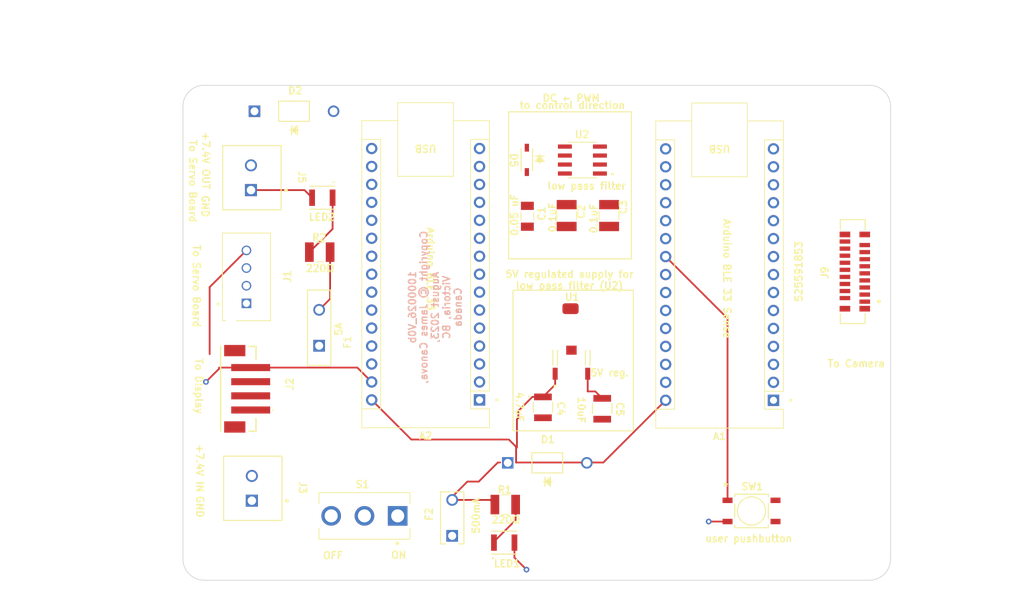
<source format=kicad_pcb>
(kicad_pcb (version 20240108) (generator "pcbnew") (generator_version "8.0")
  (layers (0 "F.Cu" signal) (1 "In1.Cu" signal) (2 "In2.Cu" signal) (31 "B.Cu" signal) (34 "B.Paste" user) (35 "F.Paste" user) (36 "B.SilkS" user "B.Silkscreen") (37 "F.SilkS" user "F.Silkscreen") (38 "B.Mask" user) (39 "F.Mask" user) (44 "Edge.Cuts" user))
  (net 0 "")
  (net 4 "Net-(C1-Pad1)")
  (net 6 "3.3V_1")
  (net 19 "bit_0")
  (net 20 "bit_1")
  (net 21 "bit_2")
  (net 26 "SDA_2")
  (net 27 "SDL_2")
  (net 28 "Analog")
  (net 30 "PWM")
  (net 31 "Net-(C3-Pad1)")
  (net 32 "PB")
  (net 33 "SDA_1")
  (net 34 "SCL_1")
  (net 36 "3.3V_2")
  (net 37 "GND")
  (net 40 "7.4V")
  (net 41 "HREF")
  (net 42 "VSYNC")
  (net 43 "XCLK")
  (net 44 "PCLK")
  (net 45 "D4")
  (net 46 "D7")
  (net 47 "D6")
  (net 48 "D1")
  (net 49 "D2")
  (net 50 "D3")
  (net 51 "D5")
  (net 52 "D0")
  (net 54 "MOSI_2")
  (net 55 "SCK_2")
  (net 56 "CS_2")
  (net 57 "DC_2")
  (net 58 "RST_2")
  (net 59 "5V_reg")
  (net 61 "unconnected-(S1-Pad2)")
  (footprint "RobotFtpLib:Nano33BLE_with_headers" (layer "F.Cu") (at 139.1519 97.7132 180)
    (property "Reference" "A2" (at 7.62 -5.08 180) (layer "F.SilkS") (effects (font (thickness 0.2))))
    (property "Value" "Arduino_Nano_BLE_33")
    (fp_line (start 16.64 39.5) (end 16.64 -3.94) (stroke (width 0.12)) (layer "F.SilkS"))
    (fp_line (start 16.64 39.5) (end 11.56 39.5) (stroke (width 0.12)) (layer "F.SilkS"))
    (fp_line (start 16.64 -3.94) (end -1.4 -3.94) (stroke (width 0.12)) (layer "F.SilkS"))
    (fp_line (start 13.97 36.83) (end 16.64 36.83) (stroke (width 0.12)) (layer "F.SilkS"))
    (fp_line (start 13.97 -1.27) (end 16.64 -1.27) (stroke (width 0.12)) (layer "F.SilkS"))
    (fp_line (start 13.97 -1.27) (end 13.97 36.83) (stroke (width 0.12)) (layer "F.SilkS"))
    (fp_line (start 11.56 42.04) (end 3.68 42.04) (stroke (width 0.12)) (layer "F.SilkS"))
    (fp_line (start 11.56 31.62) (end 11.56 42.04) (stroke (width 0.12)) (layer "F.SilkS"))
    (fp_line (start 3.68 42.04) (end 3.68 31.62) (stroke (width 0.12)) (layer "F.SilkS"))
    (fp_line (start 3.68 31.62) (end 11.56 31.62) (stroke (width 0.12)) (layer "F.SilkS"))
    (fp_line (start 1.27 36.83) (end -1.4 36.83) (stroke (width 0.12)) (layer "F.SilkS"))
    (fp_line (start 1.27 1.27) (end 1.27 36.83) (stroke (width 0.12)) (layer "F.SilkS"))
    (fp_line (start 1.27 1.27) (end 1.27 -1.27) (stroke (width 0.12)) (layer "F.SilkS"))
    (fp_line (start 1.27 1.27) (end -1.4 1.27) (stroke (width 0.12)) (layer "F.SilkS"))
    (fp_line (start 1.27 -1.27) (end -1.4 -1.27) (stroke (width 0.12)) (layer "F.SilkS"))
    (fp_line (start -1.4 39.5) (end 3.68 39.5) (stroke (width 0.12)) (layer "F.SilkS"))
    (fp_line (start -1.4 1.27) (end -1.4 39.5) (stroke (width 0.12)) (layer "F.SilkS"))
    (fp_line (start -1.4 -3.94) (end -1.4 -1.27) (stroke (width 0.12)) (layer "F.SilkS"))
    (fp_circle (center -2.4384 0) (end -2.286 0) (stroke (width 0.12)) (fill solid) (layer "F.SilkS"))
    (fp_text user "USB" (at 7.62 35.56 180) (layer "F.SilkS") (effects (font (thickness 0.2))))
    (pad "1" thru_hole rect (at 0 0 180) (size 1.6 1.6) (drill 1) (layers "*.Cu" "*.Mask"))
    (pad "2" thru_hole oval (at 0 2.54 180) (size 1.6 1.6) (drill 1) (layers "*.Cu" "*.Mask"))
    (pad "3" thru_hole oval (at 0 5.08 180) (size 1.6 1.6) (drill 1) (layers "*.Cu" "*.Mask"))
    (pad "4" thru_hole oval (at 0 7.62 180) (size 1.6 1.6) (drill 1) (layers "*.Cu" "*.Mask"))
    (pad "5" thru_hole oval (at 0 10.16 180) (size 1.6 1.6) (drill 1) (layers "*.Cu" "*.Mask"))
    (pad "6" thru_hole oval (at 0 12.7 180) (size 1.6 1.6) (drill 1) (layers "*.Cu" "*.Mask"))
    (pad "7" thru_hole oval (at 0 15.24 180) (size 1.6 1.6) (drill 1) (layers "*.Cu" "*.Mask"))
    (pad "8" thru_hole oval (at 0 17.78 180) (size 1.6 1.6) (drill 1) (layers "*.Cu" "*.Mask"))
    (pad "9" thru_hole oval (at 0 20.32 180) (size 1.6 1.6) (drill 1) (layers "*.Cu" "*.Mask"))
    (pad "10" thru_hole oval (at 0 22.86 180) (size 1.6 1.6) (drill 1) (layers "*.Cu" "*.Mask") (net 19 "bit_0"))
    (pad "11" thru_hole oval (at 0 25.4 180) (size 1.6 1.6) (drill 1) (layers "*.Cu" "*.Mask") (net 20 "bit_1"))
    (pad "12" thru_hole oval (at 0 27.94 180) (size 1.6 1.6) (drill 1) (layers "*.Cu" "*.Mask") (net 21 "bit_2"))
    (pad "13" thru_hole oval (at 0 30.48 180) (size 1.6 1.6) (drill 1) (layers "*.Cu" "*.Mask"))
    (pad "14" thru_hole oval (at 0 33.02 180) (size 1.6 1.6) (drill 1) (layers "*.Cu" "*.Mask") (net 54 "MOSI_2"))
    (pad "15" thru_hole oval (at 0 35.56 180) (size 1.6 1.6) (drill 1) (layers "*.Cu" "*.Mask"))
    (pad "16" thru_hole oval (at 15.24 35.56 180) (size 1.6 1.6) (drill 1) (layers "*.Cu" "*.Mask") (net 55 "SCK_2"))
    (pad "17" thru_hole oval (at 15.24 33.02 180) (size 1.6 1.6) (drill 1) (layers "*.Cu" "*.Mask") (net 36 "3.3V_2"))
    (pad "18" thru_hole oval (at 15.24 30.48 180) (size 1.6 1.6) (drill 1) (layers "*.Cu" "*.Mask"))
    (pad "19" thru_hole oval (at 15.24 27.94 180) (size 1.6 1.6) (drill 1) (layers "*.Cu" "*.Mask"))
    (pad "20" thru_hole oval (at 15.24 25.4 180) (size 1.6 1.6) (drill 1) (layers "*.Cu" "*.Mask") (net 28 "Analog"))
    (pad "21" thru_hole oval (at 15.24 22.86 180) (size 1.6 1.6) (drill 1) (layers "*.Cu" "*.Mask") (net 56 "CS_2"))
    (pad "22" thru_hole oval (at 15.24 20.32 180) (size 1.6 1.6) (drill 1) (layers "*.Cu" "*.Mask") (net 57 "DC_2"))
    (pad "23" thru_hole oval (at 15.24 17.78 180) (size 1.6 1.6) (drill 1) (layers "*.Cu" "*.Mask") (net 26 "SDA_2"))
    (pad "24" thru_hole oval (at 15.24 15.24 180) (size 1.6 1.6) (drill 1) (layers "*.Cu" "*.Mask") (net 27 "SDL_2"))
    (pad "25" thru_hole oval (at 15.24 12.7 180) (size 1.6 1.6) (drill 1) (layers "*.Cu" "*.Mask") (net 58 "RST_2"))
    (pad "26" thru_hole oval (at 15.24 10.16 180) (size 1.6 1.6) (drill 1) (layers "*.Cu" "*.Mask"))
    (pad "27" thru_hole oval (at 15.24 7.62 180) (size 1.6 1.6) (drill 1) (layers "*.Cu" "*.Mask"))
    (pad "28" thru_hole oval (at 15.24 5.08 180) (size 1.6 1.6) (drill 1) (layers "*.Cu" "*.Mask"))
    (pad "29" thru_hole oval (at 15.24 2.54 180) (size 1.6 1.6) (drill 1) (layers "*.Cu" "*.Mask") (net 37 "GND"))
    (pad "30" thru_hole oval (at 15.24 0 180) (size 1.6 1.6) (drill 1) (layers "*.Cu" "*.Mask") (net 40 "7.4V"))
  )
  (footprint "RobotFtpLib:QTLP650D4TR" (layer "F.Cu") (at 142.6398 117.8965)
    (property "Reference" "LED1" (at 0.4 2.9667 0) (layer "F.SilkS") (effects (font (thickness 0.2))))
    (property "Value" "QTLP650D4TR" (hide yes))
    (fp_line (start -1.778 1.6256) (end 1.778 1.6256) (stroke (width 0.1524)) (layer "F.SilkS"))
    (fp_line (start 1.778 -1.6256) (end -1.778 -1.6256) (stroke (width 0.1524)) (layer "F.SilkS"))
    (fp_circle (center -1.5748 2.2098) (end -1.4986 2.2098) (stroke (width 0.1524)) (fill none) (layer "F.SilkS"))
    (pad "1" smd rect (at 1.4478 0) (size 0.8128 2.3114) (layers "F.Cu" "F.Paste" "F.Mask") (net 37 "GND"))
    (pad "2" smd rect (at -1.4478 0) (size 0.8128 2.3114) (layers "F.Cu" "F.Paste" "F.Mask") (net 40 "7.4V"))
  )
  (footprint "RobotFtpLib:MountingHole_2.2mm_M2" (layer "F.Cu") (at 101.2398 57.2132)
    (property "Reference" "H1" (hide yes))
    (property "Value" "MountingHole" (hide yes))
    (pad "" np_thru_hole circle (at 0 0) (size 2.2 2.2) (drill 2.2) (layers "F&B.Cu" "*.Mask"))
  )
  (footprint "RobotFtpLib:MountingHole_2.2mm_M2" (layer "F.Cu") (at 101.2398 119.2132)
    (property "Reference" "H3" (hide yes))
    (property "Value" "MountingHole" (hide yes))
    (pad "" np_thru_hole circle (at 0 0) (size 2.2 2.2) (drill 2.2) (layers "*.Cu" "*.Mask"))
  )
  (footprint "RobotFtpLib:RMCF1210JT220R" (layer "F.Cu") (at 142.7898 112.5132)
    (property "Reference" "R1" (at -0.0762 -2.0828 0) (layer "F.SilkS") (effects (font (thickness 0.2))))
    (property "Value" "RMCF1210JT220R" (hide yes))
    (fp_line (start -0.53 -1.38) (end 0.53 -1.38) (stroke (width 0.127)) (layer "F.SilkS"))
    (fp_line (start -0.53 1.38) (end 0.53 1.38) (stroke (width 0.127)) (layer "F.SilkS"))
    (fp_text user "220Ω" (at 0.1 2.15 0) (layer "F.SilkS") (effects (font (thickness 0.2))))
    (pad "1" smd rect (at -1.466 0) (size 1.23 2.76) (layers "F.Cu" "F.Paste" "F.Mask") (net 40 "7.4V"))
    (pad "2" smd rect (at 1.466 0) (size 1.23 2.76) (layers "F.Cu" "F.Paste" "F.Mask") (net 40 "7.4V"))
  )
  (footprint "RobotFtpLib:RMCF1210JT220R" (layer "F.Cu") (at 116.5738 76.8132)
    (property "Reference" "R2" (at -0.0762 -2.0828 0) (layer "F.SilkS") (effects (font (thickness 0.2))))
    (property "Value" "RMCF1210JT220R" (hide yes))
    (fp_line (start -0.53 -1.38) (end 0.53 -1.38) (stroke (width 0.127)) (layer "F.SilkS"))
    (fp_line (start -0.53 1.38) (end 0.53 1.38) (stroke (width 0.127)) (layer "F.SilkS"))
    (fp_text user "220Ω" (at 0.0508 2.3 0) (layer "F.SilkS") (effects (font (thickness 0.2))))
    (pad "1" smd rect (at -1.466 0) (size 1.23 2.76) (layers "F.Cu" "F.Paste" "F.Mask") (net 40 "7.4V"))
    (pad "2" smd rect (at 1.466 0) (size 1.23 2.76) (layers "F.Cu" "F.Paste" "F.Mask") (net 40 "7.4V"))
  )
  (footprint "RobotFtpLib:CL32A106KAULNNE" (layer "F.Cu") (at 156.4898 98.9632 -90)
    (property "Reference" "C5" (at 0.0508 -2.5146 -90) (layer "F.SilkS") (effects (font (thickness 0.2))))
    (property "Value" "CL32A106KAULNNE" (hide yes))
    (fp_line (start -0.692451 1.377) (end 0.692451 1.377) (stroke (width 0.1524)) (layer "F.SilkS"))
    (fp_line (start 0.692451 -1.377) (end -0.692451 -1.377) (stroke (width 0.1524)) (layer "F.SilkS"))
    (fp_text user "10uF" (at 0.1778 2.9464 -90) (layer "F.SilkS") (effects (font (thickness 0.2))))
    (pad "1" smd rect (at -1.475001 0 270) (size 0.95 2.5) (layers "F.Cu" "F.Paste" "F.Mask") (net 59 "5V_reg"))
    (pad "2" smd rect (at 1.475001 0 270) (size 0.95 2.5) (layers "F.Cu" "F.Paste" "F.Mask") (net 37 "GND"))
  )
  (footprint "RobotFtpLib:12102C104KAT2A" (layer "F.Cu") (at 151.4648 71.638199 -90)
    (property "Reference" "C2" (at -0.524999 -2.075 -90) (layer "F.SilkS") (effects (font (thickness 0.2))))
    (property "Value" "12102C104KAT2A" (hide yes))
    (fp_line (start -0.56 1.4) (end 0.56 1.4) (stroke (width 0.127)) (layer "F.SilkS"))
    (fp_line (start -0.56 -1.4) (end 0.56 -1.4) (stroke (width 0.127)) (layer "F.SilkS"))
    (fp_text user "0.1uF" (at 0.275001 1.975 90) (layer "F.SilkS") (effects (font (thickness 0.2))))
    (pad "1" smd rect (at -1.542 0 270) (size 1.32 2.81) (layers "F.Cu" "F.Paste" "F.Mask") (net 59 "5V_reg"))
    (pad "2" smd rect (at 1.542 0 270) (size 1.32 2.81) (layers "F.Cu" "F.Paste" "F.Mask") (net 37 "GND"))
  )
  (footprint "RobotFtpLib:RKEF050HF" (layer "F.Cu") (at 135.2898 116.935826 90)
    (property "Reference" "F2" (at 3.048 -3.2766 90) (layer "F.SilkS") (effects (font (thickness 0.2))))
    (property "Value" "FUSE_500mA" (hide yes))
    (fp_line (start 6.223 -1.651) (end -1.143 -1.651) (stroke (width 0.1524)) (layer "F.SilkS"))
    (fp_line (start -1.143 -1.651) (end -1.143 -0.925047) (stroke (width 0.1524)) (layer "F.SilkS"))
    (fp_line (start 6.223 -0.187272) (end 6.223 -1.651) (stroke (width 0.1524)) (layer "F.SilkS"))
    (fp_line (start -1.143 0.925047) (end -1.143 1.651) (stroke (width 0.1524)) (layer "F.SilkS"))
    (fp_line (start 6.223 1.651) (end 6.223 0.187272) (stroke (width 0.1524)) (layer "F.SilkS"))
    (fp_line (start -1.143 1.651) (end 6.223 1.651) (stroke (width 0.1524)) (layer "F.SilkS"))
    (fp_text user "500mA" (at 2.8194 3.3782 90) (layer "F.SilkS") (effects (font (thickness 0.2))))
    (pad "1" thru_hole rect (at 0 0 90) (size 1.651 1.651) (drill 1.143) (layers "*.Cu" "*.Mask") (net 40 "7.4V"))
    (pad "2" thru_hole circle (at 5.08 0 90) (size 1.651 1.651) (drill 1.143) (layers "*.Cu" "*.Mask") (net 40 "7.4V"))
  )
  (footprint "RobotFtpLib:12102C104KAT2A" (layer "F.Cu") (at 157.4648 71.638199 -90)
    (property "Reference" "C3" (at -1.2 -2 -90) (layer "F.SilkS") (effects (font (thickness 0.2))))
    (property "Value" "12102C104KAT2A" (hide yes))
    (fp_line (start -0.56 1.4) (end 0.56 1.4) (stroke (width 0.127)) (layer "F.SilkS"))
    (fp_line (start -0.56 -1.4) (end 0.56 -1.4) (stroke (width 0.127)) (layer "F.SilkS"))
    (fp_text user "0.1uF" (at 0.425001 2.175 90) (layer "F.SilkS") (effects (font (thickness 0.2))))
    (pad "1" smd rect (at -1.542 0 270) (size 1.32 2.81) (layers "F.Cu" "F.Paste" "F.Mask") (net 31 "Net-(C3-Pad1)"))
    (pad "2" smd rect (at 1.542 0 270) (size 1.32 2.81) (layers "F.Cu" "F.Paste" "F.Mask") (net 37 "GND"))
  )
  (footprint "RobotFtpLib:CL32B475KBUYNNE" (layer "F.Cu") (at 148.1148 98.763198 -90)
    (property "Reference" "C4" (at 0.1778 -2.54 -90) (layer "F.SilkS") (effects (font (thickness 0.2))))
    (property "Value" "CL32B475KBUYNNE" (hide yes))
    (fp_line (start -0.692451 1.377) (end 0.692451 1.377) (stroke (width 0.1524)) (layer "F.SilkS"))
    (fp_line (start 0.692451 -1.377) (end -0.692451 -1.377) (stroke (width 0.1524)) (layer "F.SilkS"))
    (fp_circle (center -1.5494 1.9558) (end -1.4732 1.9558) (stroke (width 0.1524)) (fill none) (layer "F.SilkS"))
    (fp_text user "4.7uF" (at -0.0762 3.302 -90) (layer "F.SilkS") (effects (font (thickness 0.2))))
    (pad "1" smd rect (at -1.475001 0 270) (size 0.95 2.5) (layers "F.Cu" "F.Paste" "F.Mask") (net 40 "7.4V"))
    (pad "2" smd rect (at 1.475001 0 270) (size 0.95 2.5) (layers "F.Cu" "F.Paste" "F.Mask") (net 37 "GND"))
  )
  (footprint "RobotFtpLib:MountingHole_2.2mm_M2" (layer "F.Cu") (at 193.2398 57.2132)
    (property "Reference" "H2" (hide yes))
    (property "Value" "MountingHole" (hide yes))
    (pad "" np_thru_hole circle (at 0 0) (size 2.2 2.2) (drill 2.2) (layers "*.Cu" "*.Mask"))
  )
  (footprint "RobotFtpLib:1N4007G-T" (layer "F.Cu") (at 143.1398 106.6132)
    (property "Reference" "D1" (at 5.6642 -3.302 0) (layer "F.SilkS") (effects (font (thickness 0.2))))
    (property "Value" "1N4148WX-TP" (hide yes))
    (fp_line (start 3.411 -1.427) (end 3.411 1.427) (stroke (width 0.1524)) (layer "F.SilkS"))
    (fp_line (start 3.411 1.427) (end 7.765 1.427) (stroke (width 0.1524)) (layer "F.SilkS"))
    (fp_line (start 5.2578 2.032) (end 5.2578 3.302) (stroke (width 0.1524)) (layer "F.SilkS"))
    (fp_line (start 5.2578 2.667) (end 6.0198 2.032) (stroke (width 0.1524)) (layer "F.SilkS"))
    (fp_line (start 5.2578 2.667) (end 6.0198 2.159) (stroke (width 0.1524)) (layer "F.SilkS"))
    (fp_line (start 5.2578 2.667) (end 6.0198 2.286) (stroke (width 0.1524)) (layer "F.SilkS"))
    (fp_line (start 5.2578 2.667) (end 6.0198 2.413) (stroke (width 0.1524)) (layer "F.SilkS"))
    (fp_line (start 5.2578 2.667) (end 6.0198 2.54) (stroke (width 0.1524)) (layer "F.SilkS"))
    (fp_line (start 5.2578 2.667) (end 6.0198 2.794) (stroke (width 0.1524)) (layer "F.SilkS"))
    (fp_line (start 5.2578 2.667) (end 6.0198 2.921) (stroke (width 0.1524)) (layer "F.SilkS"))
    (fp_line (start 5.2578 2.667) (end 6.0198 3.048) (stroke (width 0.1524)) (layer "F.SilkS"))
    (fp_line (start 5.2578 2.667) (end 6.0198 3.175) (stroke (width 0.1524)) (layer "F.SilkS"))
    (fp_line (start 5.2578 2.667) (end 6.0198 3.302) (stroke (width 0.1524)) (layer "F.SilkS"))
    (fp_line (start 6.0198 2.032) (end 6.0198 3.302) (stroke (width 0.1524)) (layer "F.SilkS"))
    (fp_line (start 6.2738 2.667) (end 5.0038 2.667) (stroke (width 0.1524)) (layer "F.SilkS"))
    (fp_line (start 7.765 -1.427) (end 3.411 -1.427) (stroke (width 0.1524)) (layer "F.SilkS"))
    (fp_line (start 7.765 1.427) (end 7.765 -1.427) (stroke (width 0.1524)) (layer "F.SilkS"))
    (pad "1" thru_hole rect (at 0 0) (size 1.6256 1.6256) (drill 1.1176) (layers "*.Cu" "*.Mask") (net 40 "7.4V"))
    (pad "2" thru_hole circle (at 11.176 0) (size 1.6256 1.6256) (drill 1.1176) (layers "*.Cu" "*.Mask") (net 40 "7.4V"))
  )
  (footprint "RobotFtpLib:BZT52C3V3-7-F" (layer "F.Cu") (at 145.8398 63.7632 -90)
    (property "Reference" "D5" (at 0.05 1.85 -90) (layer "F.SilkS") (effects (font (thickness 0.2))))
    (property "Value" "BZT52C3V3-7-F" (hide yes))
    (fp_line (start -1.552 0.802) (end 1.552 0.802) (stroke (width 0.1524)) (layer "F.SilkS"))
    (fp_line (start 1.552 -0.802) (end -1.552 -0.802) (stroke (width 0.1524)) (layer "F.SilkS"))
    (fp_line (start -0.5334 -1.8034) (end 0.2286 -1.1684) (stroke (width 0.1524)) (layer "F.SilkS"))
    (fp_line (start -0.5334 -1.8034) (end 0.2286 -1.2954) (stroke (width 0.1524)) (layer "F.SilkS"))
    (fp_line (start -0.5334 -1.8034) (end 0.2286 -1.4224) (stroke (width 0.1524)) (layer "F.SilkS"))
    (fp_line (start -0.5334 -1.8034) (end 0.2286 -1.5494) (stroke (width 0.1524)) (layer "F.SilkS"))
    (fp_line (start -0.5334 -1.8034) (end 0.2286 -1.6764) (stroke (width 0.1524)) (layer "F.SilkS"))
    (fp_line (start -0.5334 -1.8034) (end 0.2286 -1.9304) (stroke (width 0.1524)) (layer "F.SilkS"))
    (fp_line (start -0.5334 -1.8034) (end 0.2286 -2.0574) (stroke (width 0.1524)) (layer "F.SilkS"))
    (fp_line (start -0.5334 -1.8034) (end 0.2286 -2.1844) (stroke (width 0.1524)) (layer "F.SilkS"))
    (fp_line (start -0.5334 -1.8034) (end 0.2286 -2.3114) (stroke (width 0.1524)) (layer "F.SilkS"))
    (fp_line (start -0.5334 -1.8034) (end 0.2286 -2.4384) (stroke (width 0.1524)) (layer "F.SilkS"))
    (fp_line (start 0.4826 -1.8034) (end -0.7874 -1.8034) (stroke (width 0.1524)) (layer "F.SilkS"))
    (fp_line (start -0.5334 -2.4384) (end -0.5334 -1.1684) (stroke (width 0.1524)) (layer "F.SilkS"))
    (fp_line (start 0.2286 -2.4384) (end 0.2286 -1.1684) (stroke (width 0.1524)) (layer "F.SilkS"))
    (pad "1" smd rect (at -1.725 0 270) (size 1.1112 0.6008) (layers "F.Cu" "F.Paste" "F.Mask") (net 28 "Analog"))
    (pad "2" smd rect (at 1.725 0 270) (size 1.1112 0.6008) (layers "F.Cu" "F.Paste" "F.Mask") (net 37 "GND"))
  )
  (footprint "RobotFtpLib:525591853" (layer "F.Cu") (at 192.1898 79.5632 90)
    (property "Reference" "J9" (at -0.1524 -4.2418 90) (layer "F.SilkS") (effects (font (thickness 0.2))))
    (property "Value" "0525591853" (hide yes))
    (fp_line (start 7.349985 -2.050001) (end 5.96749 -2.050001) (stroke (width 0.1524)) (layer "F.SilkS"))
    (fp_line (start -5.96749 -2.050001) (end -7.349985 -2.050001) (stroke (width 0.1524)) (layer "F.SilkS"))
    (fp_line (start -7.349985 -2.050001) (end -7.349985 1.45) (stroke (width 0.1524)) (layer "F.SilkS"))
    (fp_line (start 7.349985 1.45) (end 7.349985 -2.050001) (stroke (width 0.1524)) (layer "F.SilkS"))
    (fp_line (start 5.96749 1.45) (end 7.349985 1.45) (stroke (width 0.1524)) (layer "F.SilkS"))
    (fp_line (start -7.349985 1.45) (end -5.96749 1.45) (stroke (width 0.1524)) (layer "F.SilkS"))
    (fp_circle (center -4.2164 3.4036) (end -4.0164 3.4036) (stroke (width 0.12)) (fill solid) (layer "F.SilkS"))
    (fp_text user "525591853" (at 0 -7.92 90) (layer "F.SilkS") (effects (font (thickness 0.2))))
    (pad "1" smd rect (at -4.249991 1.4 90) (size 0.6 1.5) (layers "F.Cu" "F.Paste" "F.Mask") (net 6 "3.3V_1"))
    (pad "2" smd rect (at -3.749992 -1.4 90) (size 0.6 1.5) (layers "F.Cu" "F.Paste" "F.Mask") (net 37 "GND"))
    (pad "3" smd rect (at -3.249992 1.4 90) (size 0.6 1.5) (layers "F.Cu" "F.Paste" "F.Mask") (net 34 "SCL_1"))
    (pad "4" smd rect (at -2.749991 -1.4 90) (size 0.6 1.5) (layers "F.Cu" "F.Paste" "F.Mask") (net 33 "SDA_1"))
    (pad "5" smd rect (at -2.249991 1.4 90) (size 0.6 1.5) (layers "F.Cu" "F.Paste" "F.Mask") (net 42 "VSYNC"))
    (pad "6" smd rect (at -1.749991 -1.4 90) (size 0.6 1.5) (layers "F.Cu" "F.Paste" "F.Mask") (net 41 "HREF"))
    (pad "7" smd rect (at -1.249991 1.4 90) (size 0.6 1.5) (layers "F.Cu" "F.Paste" "F.Mask") (net 44 "PCLK"))
    (pad "8" smd rect (at -0.749991 -1.4 90) (size 0.6 1.5) (layers "F.Cu" "F.Paste" "F.Mask") (net 43 "XCLK"))
    (pad "9" smd rect (at -0.249991 1.4 90) (size 0.6 1.5) (layers "F.Cu" "F.Paste" "F.Mask") (net 46 "D7"))
    (pad "10" smd rect (at 0.250009 -1.4 90) (size 0.6 1.5) (layers "F.Cu" "F.Paste" "F.Mask") (net 47 "D6"))
    (pad "11" smd rect (at 0.750009 1.4 90) (size 0.6 1.5) (layers "F.Cu" "F.Paste" "F.Mask") (net 51 "D5"))
    (pad "12" smd rect (at 1.250009 -1.4 90) (size 0.6 1.5) (layers "F.Cu" "F.Paste" "F.Mask") (net 45 "D4"))
    (pad "13" smd rect (at 1.750009 1.4 90) (size 0.6 1.5) (layers "F.Cu" "F.Paste" "F.Mask") (net 50 "D3"))
    (pad "14" smd rect (at 2.250009 -1.4 90) (size 0.6 1.5) (layers "F.Cu" "F.Paste" "F.Mask") (net 49 "D2"))
    (pad "15" smd rect (at 2.750009 1.4 90) (size 0.6 1.5) (layers "F.Cu" "F.Paste" "F.Mask") (net 48 "D1"))
    (pad "16" smd rect (at 3.250009 -1.4 90) (size 0.6 1.5) (layers "F.Cu" "F.Paste" "F.Mask") (net 52 "D0"))
    (pad "17" smd rect (at 3.750009 1.4 90) (size 0.6 1.5) (layers "F.Cu" "F.Paste" "F.Mask") (net 6 "3.3V_1"))
    (pad "18" smd rect (at 4.250009 -1.4 90) (size 0.6 1.5) (layers "F.Cu" "F.Paste" "F.Mask") (net 37 "GND"))
    (pad "P1" smd rect (at -5.24999 1.4 90) (size 0.8 1.5) (layers "F.Cu" "F.Paste" "F.Mask"))
    (pad "P2" smd rect (at 5.24999 1.4 90) (size 0.8 1.5) (layers "F.Cu" "F.Paste" "F.Mask"))
    (pad "P3" smd rect (at -5.24999 -1.4 90) (size 0.8 1.5) (layers "F.Cu" "F.Paste" "F.Mask"))
    (pad "P4" smd rect (at 5.24999 -1.4 90) (size 0.8 1.5) (layers "F.Cu" "F.Paste" "F.Mask"))
  )
  (footprint "RobotFtpLib:0532580229" (layer "F.Cu") (at 106.854799 68.038191 -90)
    (property "Reference" "J5" (at -1.8542 -7.1882 -90) (layer "F.SilkS") (effects (font (thickness 0.2))))
    (property "Value" "532580229" (hide yes))
    (fp_line (start -6.299983 3.989999) (end 2.799999 3.989999) (stroke (width 0.1524)) (layer "F.SilkS"))
    (fp_line (start 2.799999 3.989999) (end 2.799999 -4.260002) (stroke (width 0.1524)) (layer "F.SilkS"))
    (fp_line (start -6.299983 -4.260002) (end -6.299983 3.989999) (stroke (width 0.1524)) (layer "F.SilkS"))
    (fp_line (start 2.799999 -4.260002) (end -6.299983 -4.260002) (stroke (width 0.1524)) (layer "F.SilkS"))
    (fp_circle (center 0.0254 -4.953) (end 0.2254 -4.953) (stroke (width 0.12)) (fill solid) (layer "F.SilkS"))
    (pad "1" thru_hole rect (at 0 0 270) (size 1.7 1.7) (drill 1.2) (layers "*.Cu" "*.Mask") (net 37 "GND"))
    (pad "2" thru_hole circle (at -3.500001 0 270) (size 1.7 1.7) (drill 1.2) (layers "*.Cu" "*.Mask") (net 40 "7.4V"))
  )
  (footprint "RobotFtpLib:TL3305CF260QG" (layer "F.Cu") (at 177.5898 113.4132)
    (property "Reference" "SW1" (at 0.1 -3.45 0) (layer "F.SilkS") (effects (font (thickness 0.2))))
    (property "Value" "TL3305CF260QG" (hide yes))
    (fp_line (start -2.3749 -2.3749) (end -2.3749 -2.005463) (stroke (width 0.1524)) (layer "F.SilkS"))
    (fp_line (start -2.3749 -0.994536) (end -2.3749 0.994536) (stroke (width 0.1524)) (layer "F.SilkS"))
    (fp_line (start -2.3749 2.005463) (end -2.3749 2.3749) (stroke (width 0.1524)) (layer "F.SilkS"))
    (fp_line (start -2.3749 2.3749) (end 2.3749 2.3749) (stroke (width 0.1524)) (layer "F.SilkS"))
    (fp_line (start 2.3749 -2.3749) (end -2.3749 -2.3749) (stroke (width 0.1524)) (layer "F.SilkS"))
    (fp_line (start 2.3749 -2.005463) (end 2.3749 -2.3749) (stroke (width 0.1524)) (layer "F.SilkS"))
    (fp_line (start 2.3749 0.994536) (end 2.3749 -0.994536) (stroke (width 0.1524)) (layer "F.SilkS"))
    (fp_line (start 2.3749 2.3749) (end 2.3749 2.005463) (stroke (width 0.1524)) (layer "F.SilkS"))
    (fp_circle (center 0 0) (end 1.9939 0) (stroke (width 0.1524)) (fill none) (layer "F.SilkS"))
    (fp_text user "*" (at -3.6449 -3.414199 0) (layer "F.SilkS") (effects (font (thickness 0.2))))
    (pad "1" smd rect (at -3.3909 -1.5) (size 1.411198 0.7712) (layers "F.Cu" "F.Paste" "F.Mask") (net 32 "PB"))
    (pad "2" smd rect (at 3.3909 -1.5) (size 1.411198 0.7712) (layers "F.Cu" "F.Paste" "F.Mask") (net 32 "PB"))
    (pad "3" smd rect (at -3.3909 1.5) (size 1.411198 0.7712) (layers "F.Cu" "F.Paste" "F.Mask") (net 37 "GND"))
    (pad "4" smd rect (at 3.3909 1.5) (size 1.411198 0.7712) (layers "F.Cu" "F.Paste" "F.Mask") (net 37 "GND"))
  )
  (footprint "RobotFtpLib:Nano33BLE_with_headers" (layer "F.Cu") (at 180.6919 97.7632 180)
    (property "Reference" "A1" (at 7.62 -5.08 180) (layer "F.SilkS") (effects (font (thickness 0.2))))
    (property "Value" "Arduino_Nano_BLE_33_SENSE" (hide yes))
    (fp_line (start 16.64 39.5) (end 16.64 -3.94) (stroke (width 0.12)) (layer "F.SilkS"))
    (fp_line (start 16.64 39.5) (end 11.56 39.5) (stroke (width 0.12)) (layer "F.SilkS"))
    (fp_line (start 16.64 -3.94) (end -1.4 -3.94) (stroke (width 0.12)) (layer "F.SilkS"))
    (fp_line (start 13.97 36.83) (end 16.64 36.83) (stroke (width 0.12)) (layer "F.SilkS"))
    (fp_line (start 13.97 -1.27) (end 16.64 -1.27) (stroke (width 0.12)) (layer "F.SilkS"))
    (fp_line (start 13.97 -1.27) (end 13.97 36.83) (stroke (width 0.12)) (layer "F.SilkS"))
    (fp_line (start 11.56 42.04) (end 3.68 42.04) (stroke (width 0.12)) (layer "F.SilkS"))
    (fp_line (start 11.56 31.62) (end 11.56 42.04) (stroke (width 0.12)) (layer "F.SilkS"))
    (fp_line (start 3.68 42.04) (end 3.68 31.62) (stroke (width 0.12)) (layer "F.SilkS"))
    (fp_line (start 3.68 31.62) (end 11.56 31.62) (stroke (width 0.12)) (layer "F.SilkS"))
    (fp_line (start 1.27 36.83) (end -1.4 36.83) (stroke (width 0.12)) (layer "F.SilkS"))
    (fp_line (start 1.27 1.27) (end 1.27 36.83) (stroke (width 0.12)) (layer "F.SilkS"))
    (fp_line (start 1.27 1.27) (end 1.27 -1.27) (stroke (width 0.12)) (layer "F.SilkS"))
    (fp_line (start 1.27 1.27) (end -1.4 1.27) (stroke (width 0.12)) (layer "F.SilkS"))
    (fp_line (start 1.27 -1.27) (end -1.4 -1.27) (stroke (width 0.12)) (layer "F.SilkS"))
    (fp_line (start -1.4 39.5) (end 3.68 39.5) (stroke (width 0.12)) (layer "F.SilkS"))
    (fp_line (start -1.4 1.27) (end -1.4 39.5) (stroke (width 0.12)) (layer "F.SilkS"))
    (fp_line (start -1.4 -3.94) (end -1.4 -1.27) (stroke (width 0.12)) (layer "F.SilkS"))
    (fp_circle (center -2.4384 0) (end -2.286 0) (stroke (width 0.12)) (fill solid) (layer "F.SilkS"))
    (fp_text user "USB" (at 7.62 35.56 180) (layer "F.SilkS") (effects (font (thickness 0.2))))
    (pad "1" thru_hole rect (at 0 0 180) (size 1.6 1.6) (drill 1) (layers "*.Cu" "*.Mask") (net 48 "D1"))
    (pad "2" thru_hole oval (at 0 2.54 180) (size 1.6 1.6) (drill 1) (layers "*.Cu" "*.Mask") (net 49 "D2"))
    (pad "3" thru_hole oval (at 0 5.08 180) (size 1.6 1.6) (drill 1) (layers "*.Cu" "*.Mask"))
    (pad "4" thru_hole oval (at 0 7.62 180) (size 1.6 1.6) (drill 1) (layers "*.Cu" "*.Mask"))
    (pad "5" thru_hole oval (at 0 10.16 180) (size 1.6 1.6) (drill 1) (layers "*.Cu" "*.Mask") (net 50 "D3"))
    (pad "6" thru_hole oval (at 0 12.7 180) (size 1.6 1.6) (drill 1) (layers "*.Cu" "*.Mask") (net 45 "D4"))
    (pad "7" thru_hole oval (at 0 15.24 180) (size 1.6 1.6) (drill 1) (layers "*.Cu" "*.Mask") (net 46 "D7"))
    (pad "8" thru_hole oval (at 0 17.78 180) (size 1.6 1.6) (drill 1) (layers "*.Cu" "*.Mask") (net 51 "D5"))
    (pad "9" thru_hole oval (at 0 20.32 180) (size 1.6 1.6) (drill 1) (layers "*.Cu" "*.Mask") (net 47 "D6"))
    (pad "10" thru_hole oval (at 0 22.86 180) (size 1.6 1.6) (drill 1) (layers "*.Cu" "*.Mask") (net 52 "D0"))
    (pad "11" thru_hole oval (at 0 25.4 180) (size 1.6 1.6) (drill 1) (layers "*.Cu" "*.Mask") (net 42 "VSYNC"))
    (pad "12" thru_hole oval (at 0 27.94 180) (size 1.6 1.6) (drill 1) (layers "*.Cu" "*.Mask") (net 43 "XCLK"))
    (pad "13" thru_hole oval (at 0 30.48 180) (size 1.6 1.6) (drill 1) (layers "*.Cu" "*.Mask") (net 30 "PWM"))
    (pad "14" thru_hole oval (at 0 33.02 180) (size 1.6 1.6) (drill 1) (layers "*.Cu" "*.Mask"))
    (pad "15" thru_hole oval (at 0 35.56 180) (size 1.6 1.6) (drill 1) (layers "*.Cu" "*.Mask"))
    (pad "16" thru_hole oval (at 15.24 35.56 180) (size 1.6 1.6) (drill 1) (layers "*.Cu" "*.Mask"))
    (pad "17" thru_hole oval (at 15.24 33.02 180) (size 1.6 1.6) (drill 1) (layers "*.Cu" "*.Mask") (net 6 "3.3V_1"))
    (pad "18" thru_hole oval (at 15.24 30.48 180) (size 1.6 1.6) (drill 1) (layers "*.Cu" "*.Mask"))
    (pad "19" thru_hole oval (at 15.24 27.94 180) (size 1.6 1.6) (drill 1) (layers "*.Cu" "*.Mask") (net 44 "PCLK"))
    (pad "20" thru_hole oval (at 15.24 25.4 180) (size 1.6 1.6) (drill 1) (layers "*.Cu" "*.Mask") (net 41 "HREF"))
    (pad "21" thru_hole oval (at 15.24 22.86 180) (size 1.6 1.6) (drill 1) (layers "*.Cu" "*.Mask") (net 19 "bit_0"))
    (pad "22" thru_hole oval (at 15.24 20.32 180) (size 1.6 1.6) (drill 1) (layers "*.Cu" "*.Mask") (net 32 "PB"))
    (pad "23" thru_hole oval (at 15.24 17.78 180) (size 1.6 1.6) (drill 1) (layers "*.Cu" "*.Mask") (net 33 "SDA_1"))
    (pad "24" thru_hole oval (at 15.24 15.24 180) (size 1.6 1.6) (drill 1) (layers "*.Cu" "*.Mask") (net 34 "SCL_1"))
    (pad "25" thru_hole oval (at 15.24 12.7 180) (size 1.6 1.6) (drill 1) (layers "*.Cu" "*.Mask") (net 20 "bit_1"))
    (pad "26" thru_hole oval (at 15.24 10.16 180) (size 1.6 1.6) (drill 1) (layers "*.Cu" "*.Mask") (net 21 "bit_2"))
    (pad "27" thru_hole oval (at 15.24 7.62 180) (size 1.6 1.6) (drill 1) (layers "*.Cu" "*.Mask"))
    (pad "28" thru_hole oval (at 15.24 5.08 180) (size 1.6 1.6) (drill 1) (layers "*.Cu" "*.Mask"))
    (pad "29" thru_hole oval (at 15.24 2.54 180) (size 1.6 1.6) (drill 1) (layers "*.Cu" "*.Mask") (net 37 "GND"))
    (pad "30" thru_hole oval (at 15.24 0 180) (size 1.6 1.6) (drill 1) (layers "*.Cu" "*.Mask") (net 40 "7.4V"))
  )
  (footprint "RobotFtpLib:QTLP650D4TR" (layer "F.Cu") (at 116.9398 69.1132 180)
    (property "Reference" "LED2" (at 0.05 -2.75 0) (layer "F.SilkS") (effects (font (thickness 0.2))))
    (property "Value" "QTLP650D4TR" (hide yes))
    (fp_line (start 1.778 -1.6256) (end -1.778 -1.6256) (stroke (width 0.1524)) (layer "F.SilkS"))
    (fp_line (start -1.778 1.6256) (end 1.778 1.6256) (stroke (width 0.1524)) (layer "F.SilkS"))
    (fp_circle (center -1.5748 2.2098) (end -1.4986 2.2098) (stroke (width 0.1524)) (fill none) (layer "F.SilkS"))
    (pad "1" smd rect (at 1.4478 0 180) (size 0.8128 2.3114) (layers "F.Cu" "F.Paste" "F.Mask") (net 40 "7.4V"))
    (pad "2" smd rect (at -1.4478 0 180) (size 0.8128 2.3114) (layers "F.Cu" "F.Paste" "F.Mask") (net 37 "GND"))
  )
  (footprint "RobotFtpLib:0532580229" (layer "F.Cu") (at 106.979799 111.963191 -90)
    (property "Reference" "J3" (at -1.8542 -7.1882 -90) (layer "F.SilkS") (effects (font (thickness 0.2))))
    (property "Value" "532580229" (hide yes))
    (fp_line (start -6.299983 3.989999) (end 2.799999 3.989999) (stroke (width 0.1524)) (layer "F.SilkS"))
    (fp_line (start 2.799999 3.989999) (end 2.799999 -4.260002) (stroke (width 0.1524)) (layer "F.SilkS"))
    (fp_line (start -6.299983 -4.260002) (end -6.299983 3.989999) (stroke (width 0.1524)) (layer "F.SilkS"))
    (fp_line (start 2.799999 -4.260002) (end -6.299983 -4.260002) (stroke (width 0.1524)) (layer "F.SilkS"))
    (fp_circle (center 0.0254 -4.953) (end 0.2254 -4.953) (stroke (width 0.12)) (fill solid) (layer "F.SilkS"))
    (pad "1" thru_hole rect (at 0 0 270) (size 1.7 1.7) (drill 1.2) (layers "*.Cu" "*.Mask") (net 37 "GND"))
    (pad "2" thru_hole circle (at -3.500001 0 270) (size 1.7 1.7) (drill 1.2) (layers "*.Cu" "*.Mask") (net 40 "7.4V"))
  )
  (footprint "RobotFtpLib:RGEF500HF" (layer "F.Cu") (at 116.4898 90.0532 90)
    (property "Reference" "F1" (at 0.5 4 90) (layer "F.SilkS"))
    (property "Value" "FUSE_5A")
    (fp_line (start 7.874 -1.651) (end -2.794 -1.651) (stroke (width 0.1524)) (layer "F.SilkS"))
    (fp_line (start -2.794 -1.651) (end -2.794 1.651) (stroke (width 0.1524)) (layer "F.SilkS"))
    (fp_line (start 7.874 1.651) (end 7.874 -1.651) (stroke (width 0.1524)) (layer "F.SilkS"))
    (fp_line (start -2.794 1.651) (end 7.874 1.651) (stroke (width 0.1524)) (layer "F.SilkS"))
    (fp_text user "5A" (at 2.34 2.75 90) (layer "F.SilkS") (effects (font (thickness 0.2))))
    (pad "1" thru_hole rect (at 0 0 90) (size 1.651 1.651) (drill 1.143) (layers "*.Cu" "*.Mask") (net 40 "7.4V"))
    (pad "2" thru_hole circle (at 5.08 0 90) (size 1.651 1.651) (drill 1.143) (layers "*.Cu" "*.Mask") (net 40 "7.4V"))
  )
  (footprint "RobotFtpLib:MAX7480ESA" (layer "F.Cu") (at 153.6898 63.788199 180)
    (property "Reference" "U2" (at 0.05 3.624999 180) (layer "F.SilkS") (effects (font (thickness 0.2))))
    (property "Value" "MAX7480ESA+" (hide yes))
    (fp_line (start -2 2.52) (end 2 2.52) (stroke (width 0.127)) (layer "F.SilkS"))
    (fp_line (start -2 -2.52) (end 2 -2.52) (stroke (width 0.127)) (layer "F.SilkS"))
    (fp_circle (center -4.2418 -1.9812) (end -4.1418 -1.9812) (stroke (width 0.2)) (fill none) (layer "F.SilkS"))
    (pad "1" smd roundrect (at -2.475 -1.905 180) (size 1.97 0.59) (layers "F.Cu" "F.Paste" "F.Mask") (roundrect_rratio 0.07) (net 31 "Net-(C3-Pad1)"))
    (pad "2" smd roundrect (at -2.475 -0.635 180) (size 1.97 0.59) (layers "F.Cu" "F.Paste" "F.Mask") (roundrect_rratio 0.07) (net 30 "PWM"))
    (pad "3" smd roundrect (at -2.475 0.635 180) (size 1.97 0.59) (layers "F.Cu" "F.Paste" "F.Mask") (roundrect_rratio 0.07) (net 37 "GND"))
    (pad "4" smd roundrect (at -2.475 1.905 180) (size 1.97 0.59) (layers "F.Cu" "F.Paste" "F.Mask") (roundrect_rratio 0.07) (net 59 "5V_reg"))
    (pad "5" smd roundrect (at 2.475 1.905 180) (size 1.97 0.59) (layers "F.Cu" "F.Paste" "F.Mask") (roundrect_rratio 0.07) (net 28 "Analog"))
    (pad "6" smd roundrect (at 2.475 0.635 180) (size 1.97 0.59) (layers "F.Cu" "F.Paste" "F.Mask") (roundrect_rratio 0.07) (net 31 "Net-(C3-Pad1)"))
    (pad "7" smd roundrect (at 2.475 -0.635 180) (size 1.97 0.59) (layers "F.Cu" "F.Paste" "F.Mask") (roundrect_rratio 0.07) (net 59 "5V_reg"))
    (pad "8" smd roundrect (at 2.475 -1.905 180) (size 1.97 0.59) (layers "F.Cu" "F.Paste" "F.Mask") (roundrect_rratio 0.07) (net 4 "Net-(C1-Pad1)"))
  )
  (footprint "RobotFtpLib:533750410" (layer "F.Cu") (at 106.2148 84.0632 -90)
    (property "Reference" "J1" (at -3.81 -5.7912 -90) (layer "F.SilkS") (effects (font (thickness 0.2))))
    (property "Value" "533750410" (hide yes))
    (fp_line (start -9.95 3.4) (end -9.95 -3.4) (stroke (width 0.127)) (layer "F.SilkS"))
    (fp_line (start 2.45 3.4) (end -9.95 3.4) (stroke (width 0.127)) (layer "F.SilkS"))
    (fp_line (start 2.45 2.95) (end 2.45 3.4) (stroke (width 0.127)) (layer "F.SilkS"))
    (fp_line (start -9.95 -3.4) (end 2.45 -3.4) (stroke (width 0.127)) (layer "F.SilkS"))
    (fp_line (start 2.45 -3.4) (end 2.45 1.4) (stroke (width 0.127)) (layer "F.SilkS"))
    (fp_circle (center 0.1016 4.0132) (end 0.2516 4.0132) (stroke (width 0.12)) (fill solid) (layer "F.SilkS"))
    (pad "" np_thru_hole circle (at 1.6 2.2 270) (size 1.2 1.2) (drill 1.2) (layers "*.Cu" "*.Mask"))
    (pad "1" thru_hole rect (at 0 0 270) (size 1.35 1.35) (drill 1) (layers "*.Cu") (net 37 "GND"))
    (pad "2" thru_hole circle (at -2.5 0 270) (size 1.35 1.35) (drill 1) (layers "*.Cu") (net 27 "SDL_2"))
    (pad "3" thru_hole circle (at -5 0 270) (size 1.35 1.35) (drill 1) (layers "*.Cu") (net 26 "SDA_2"))
    (pad "4" thru_hole circle (at -7.5 0 270) (size 1.35 1.35) (drill 1) (layers "*.Cu") (net 36 "3.3V_2"))
  )
  (footprint "RobotFtpLib:500SSP1S2M2QEA" (layer "F.Cu") (at 122.8898 114.110226 180)
    (property "Reference" "S1" (at 0.271 4.444 180) (layer "F.SilkS") (effects (font (thickness 0.2))))
    (property "Value" "Slider_switch_500SSP1S2M2QEA" (hide yes))
    (fp_line (start 6.425 3.3) (end -6.425 3.3) (stroke (width 0.127)) (layer "F.SilkS"))
    (fp_line (start 6.425 1.75) (end 6.425 3.3) (stroke (width 0.127)) (layer "F.SilkS"))
    (fp_line (start 6.425 -3.3) (end 6.425 -1.75) (stroke (width 0.127)) (layer "F.SilkS"))
    (fp_line (start -6.425 3.3) (end -6.425 1.75) (stroke (width 0.127)) (layer "F.SilkS"))
    (fp_line (start -6.425 -1.75) (end -6.425 -3.3) (stroke (width 0.127)) (layer "F.SilkS"))
    (fp_line (start -6.425 -3.3) (end 6.425 -3.3) (stroke (width 0.127)) (layer "F.SilkS"))
    (fp_circle (center -4.6228 -3.8862) (end -4.4228 -3.8862) (stroke (width 0.12)) (fill solid) (layer "F.SilkS"))
    (pad "1" thru_hole rect (at -4.7 0 180) (size 2.775 2.775) (drill 1.85) (layers "*.Cu" "*.Mask") (net 40 "7.4V"))
    (pad "2" thru_hole circle (at 0 0 180) (size 2.775 2.775) (drill 1.85) (layers "*.Cu" "*.Mask") (net 61 "unconnected-(S1-Pad2)"))
    (pad "3" thru_hole circle (at 4.7 0 180) (size 2.775 2.775) (drill 1.85) (layers "*.Cu" "*.Mask"))
  )
  (footprint "RobotFtpLib:12065C503JAT2A" (layer "F.Cu") (at 145.9148 71.738199 -90)
    (property "Reference" "C1" (at -0.374999 -2.025 -90) (layer "F.SilkS") (effects (font (thickness 0.2))))
    (property "Value" "12065C503JAT2A" (hide yes))
    (fp_line (start -0.57 0.9) (end 0.57 0.9) (stroke (width 0.127)) (layer "F.SilkS"))
    (fp_line (start -0.57 -0.9) (end 0.57 -0.9) (stroke (width 0.127)) (layer "F.SilkS"))
    (fp_text user "0.05 uF" (at -0.174999 1.825 -90) (layer "F.SilkS") (effects (font (thickness 0.2))))
    (pad "1" smd rect (at -1.475 0 270) (size 1.16 1.82) (layers "F.Cu" "F.Paste" "F.Mask") (net 4 "Net-(C1-Pad1)"))
    (pad "2" smd rect (at 1.475 0 270) (size 1.16 1.82) (layers "F.Cu" "F.Paste" "F.Mask") (net 37 "GND"))
  )
  (footprint "RobotFtpLib:4390" (layer "F.Cu") (at 105.0648 96.1382 -90)
    (property "Reference" "J2" (at -0.6604 -7.2898 -90) (layer "F.SilkS") (effects (font (thickness 0.2))))
    (property "Value" "4390" (hide yes))
    (fp_line (start 6 2.5) (end -6 2.5) (stroke (width 0.2)) (layer "F.SilkS"))
    (fp_line (start -6 -2.5) (end -6 -1.5) (stroke (width 0.2)) (layer "F.SilkS"))
    (fp_line (start -4.2 -2.5) (end -6 -2.5) (stroke (width 0.2)) (layer "F.SilkS"))
    (fp_line (start 4.2 -2.5) (end 6 -2.5) (stroke (width 0.2)) (layer "F.SilkS"))
    (fp_line (start 6 -2.5) (end 6 -1.5) (stroke (width 0.2)) (layer "F.SilkS"))
    (fp_line (start 3 -4.8) (end 3 -4.8) (stroke (width 0.1)) (layer "F.SilkS"))
    (fp_line (start 3 -4.9) (end 3 -4.9) (stroke (width 0.1)) (layer "F.SilkS"))
    (fp_arc (start 3 -4.8) (mid 2.95 -4.85) (end 3 -4.9) (stroke (width 0.1)) (layer "F.SilkS"))
    (fp_arc (start 3 -4.9) (mid 3.05 -4.85) (end 3 -4.8) (stroke (width 0.1)) (layer "F.SilkS"))
    (pad "1" smd rect (at 3 -1.75 270) (size 1 5.5) (layers "F.Cu" "F.Paste" "F.Mask") (net 27 "SDL_2"))
    (pad "2" smd rect (at 1 -1.75 270) (size 1 5.5) (layers "F.Cu" "F.Paste" "F.Mask") (net 26 "SDA_2"))
    (pad "3" smd rect (at -1 -1.75 270) (size 1 5.5) (layers "F.Cu" "F.Paste" "F.Mask") (net 36 "3.3V_2"))
    (pad "4" smd rect (at -3 -1.75 270) (size 1 5.5) (layers "F.Cu" "F.Paste" "F.Mask") (net 37 "GND"))
    (pad "MP1" smd rect (at 5.4 0.5 270) (size 1.6 3) (layers "F.Cu" "F.Paste" "F.Mask"))
    (pad "MP2" smd rect (at -5.4 0.5 270) (size 1.6 3) (layers "F.Cu" "F.Paste" "F.Mask"))
  )
  (footprint "RobotFtpLib:BD450M5FP-CE2" (layer "F.Cu") (at 152.1398 87.248349)
    (property "Reference" "U1" (at 0.1 -4.085149 0) (layer "F.SilkS") (effects (font (thickness 0.2))))
    (property "Value" "BD450M5FP-CE2" (hide yes))
    (fp_line (start -2.6302 3.44424) (end -2.6302 5.555501) (stroke (width 0.1524)) (layer "F.SilkS"))
    (fp_line (start -1.9698 3.44424) (end -1.9698 5.555501) (stroke (width 0.1524)) (layer "F.SilkS"))
    (fp_line (start 1.9698 3.44424) (end 1.9698 5.555501) (stroke (width 0.1524)) (layer "F.SilkS"))
    (fp_line (start 2.6302 3.44424) (end 2.6302 5.555501) (stroke (width 0.1524)) (layer "F.SilkS"))
    (fp_circle (center -2.3114 8.509) (end -2.159 8.509) (stroke (width 0.12)) (fill solid) (layer "F.SilkS"))
    (pad "1" smd rect (at -2.300001 6.7564) (size 0.7104 1.690599) (layers "F.Cu" "F.Paste" "F.Mask") (net 40 "7.4V"))
    (pad "2" smd rect (at 0 3.429) (size 1.4732 1.2827) (layers "F.Cu" "F.Paste" "F.Mask"))
    (pad "3" smd rect (at 2.300001 6.7564) (size 0.7104 1.690599) (layers "F.Cu" "F.Paste" "F.Mask") (net 59 "5V_reg"))
    (pad "4" smd roundrect (at -0.127 -2.4384) (size 2.286 1.524) (layers "F.Cu" "F.Paste" "F.Mask") (net 37 "GND"))
  )
  (footprint "RobotFtpLib:MountingHole_2.2mm_M2" (layer "F.Cu") (at 193.2398 119.2132)
    (property "Reference" "H4" (hide yes))
    (property "Value" "MountingHole" (hide yes))
    (pad "" np_thru_hole circle (at 0 0) (size 2.2 2.2) (drill 2.2) (layers "*.Cu" "*.Mask"))
  )
  (footprint "RobotFtpLib:1N4007G-T" (layer "F.Cu") (at 107.3518 56.8892)
    (property "Reference" "D2" (at 5.738 -2.92125 0) (layer "F.SilkS") (effects (font (thickness 0.2))))
    (property "Value" "1N4007G-T" (hide yes))
    (fp_line (start 3.411 -1.427) (end 3.411 1.427) (stroke (width 0.1524)) (layer "F.SilkS"))
    (fp_line (start 3.411 1.427) (end 7.765 1.427) (stroke (width 0.1524)) (layer "F.SilkS"))
    (fp_line (start 5.2578 2.032) (end 5.2578 3.302) (stroke (width 0.1524)) (layer "F.SilkS"))
    (fp_line (start 5.2578 2.667) (end 6.0198 2.032) (stroke (width 0.1524)) (layer "F.SilkS"))
    (fp_line (start 5.2578 2.667) (end 6.0198 2.159) (stroke (width 0.1524)) (layer "F.SilkS"))
    (fp_line (start 5.2578 2.667) (end 6.0198 2.286) (stroke (width 0.1524)) (layer "F.SilkS"))
    (fp_line (start 5.2578 2.667) (end 6.0198 2.413) (stroke (width 0.1524)) (layer "F.SilkS"))
    (fp_line (start 5.2578 2.667) (end 6.0198 2.54) (stroke (width 0.1524)) (layer "F.SilkS"))
    (fp_line (start 5.2578 2.667) (end 6.0198 2.794) (stroke (width 0.1524)) (layer "F.SilkS"))
    (fp_line (start 5.2578 2.667) (end 6.0198 2.921) (stroke (width 0.1524)) (layer "F.SilkS"))
    (fp_line (start 5.2578 2.667) (end 6.0198 3.048) (stroke (width 0.1524)) (layer "F.SilkS"))
    (fp_line (start 5.2578 2.667) (end 6.0198 3.175) (stroke (width 0.1524)) (layer "F.SilkS"))
    (fp_line (start 5.2578 2.667) (end 6.0198 3.302) (stroke (width 0.1524)) (layer "F.SilkS"))
    (fp_line (start 6.0198 2.032) (end 6.0198 3.302) (stroke (width 0.1524)) (layer "F.SilkS"))
    (fp_line (start 6.2738 2.667) (end 5.0038 2.667) (stroke (width 0.1524)) (layer "F.SilkS"))
    (fp_line (start 7.765 -1.427) (end 3.411 -1.427) (stroke (width 0.1524)) (layer "F.SilkS"))
    (fp_line (start 7.765 1.427) (end 7.765 -1.427) (stroke (width 0.1524)) (layer "F.SilkS"))
    (pad "1" thru_hole rect (at 0 0) (size 1.6256 1.6256) (drill 1.1176) (layers "*.Cu" "*.Mask") (net 40 "7.4V"))
    (pad "2" thru_hole circle (at 11.176 0) (size 1.6256 1.6256) (drill 1.1176) (layers "*.Cu" "*.Mask") (net 40 "7.4V"))
  )
  (gr_line (start 160.8898 82.1632) (end 160.8898 102.0632) (stroke (width 0.15)) (layer "F.SilkS"))
  (gr_line (start 143.8898 102.088199) (end 143.8898 82.288199) (stroke (width 0.15)) (layer "F.SilkS"))
  (gr_line (start 160.7398 102.088199) (end 143.8898 102.088199) (stroke (width 0.15)) (layer "F.SilkS"))
  (gr_line (start 143.8898 82.188199) (end 160.7398 82.188199) (stroke (width 0.15)) (layer "F.SilkS"))
  (gr_rect (start 143.2648 56.963199) (end 160.6148 77.763199) (stroke (width 0.15)) (fill none) (layer "F.SilkS"))
  (gr_arc (start 97.2398 56.2132) (mid 98.11848 54.09188) (end 100.2398 53.2132) (stroke (width 0.1)) (layer "Edge.Cuts"))
  (gr_line (start 194.2398 123.2132) (end 100.2398 123.2132) (stroke (width 0.1)) (layer "Edge.Cuts"))
  (gr_arc (start 194.2398 53.2132) (mid 196.36112 54.09188) (end 197.2398 56.2132) (stroke (width 0.1)) (layer "Edge.Cuts"))
  (gr_arc (start 197.2398 120.2132) (mid 196.36112 122.33452) (end 194.2398 123.2132) (stroke (width 0.1)) (layer "Edge.Cuts"))
  (gr_arc (start 100.2398 123.2132) (mid 98.11848 122.33452) (end 97.2398 120.2132) (stroke (width 0.1)) (layer "Edge.Cuts"))
  (gr_line (start 197.2398 56.2132) (end 197.2398 120.2132) (stroke (width 0.1)) (layer "Edge.Cuts"))
  (gr_line (start 97.2398 120.2132) (end 97.2398 56.2132) (stroke (width 0.1)) (layer "Edge.Cuts"))
  (gr_line (start 100.2398 53.2132) (end 194.2398 53.2132) (stroke (width 0.1)) (layer "Edge.Cuts"))
  (gr_text "1000026_V0b\nCopyright © James Canova,\nAugust 2023,\nVictoria, BC\nCanada\n\n " (at 134.4898 84.6132 90) (layer "B.SilkS") (effects (font (size 1 1) (thickness 0.2)) (justify mirror)))
  (gr_text "To Display" (at 99.4898 95.7632 -90) (layer "F.SilkS") (effects (font (size 1 1) (thickness 0.2))))
  (gr_text "ON" (at 127.7398 119.6632 0) (layer "F.SilkS") (effects (font (size 1 1) (thickness 0.2))))
  (gr_text "5V reg." (at 157.5398 93.8632 0) (layer "F.SilkS") (effects (font (size 1 1) (thickness 0.2))))
  (gr_text "OFF" (at 118.4398 119.7132 0) (layer "F.SilkS") (effects (font (size 1 1) (thickness 0.2))))
  (gr_text "GND" (at 100.3898 70.3132 -90) (layer "F.SilkS") (effects (font (size 1 1) (thickness 0.2))))
  (gr_text "to control direction" (at 152.2648 56.038199 0) (layer "F.SilkS") (effects (font (size 1 1) (thickness 0.2))))
  (gr_text "+7.4V OUT" (at 100.4898 63.8632 -90) (layer "F.SilkS") (effects (font (size 1 1) (thickness 0.2))))
  (gr_text "Arduino BLE 33 " (at 132.2398 79.5632 270) (layer "F.SilkS") (effects (font (size 1 1) (thickness 0.2))))
  (gr_text "To Servo Board" (at 99.1648 81.6132 -90) (layer "F.SilkS") (effects (font (size 1 1) (thickness 0.2))))
  (gr_text "+7.4V IN" (at 99.6398 107.3632 -90) (layer "F.SilkS") (effects (font (size 1 1) (thickness 0.2))))
  (gr_text "To Servo Board" (at 98.6398 66.7632 -90) (layer "F.SilkS") (effects (font (size 1 1) (thickness 0.2))))
  (gr_text "5V regulated supply for\nlow pass filter (U2)" (at 151.8648 80.738199 0) (layer "F.SilkS") (effects (font (size 1 1) (thickness 0.2))))
  (gr_text "DC ← PWM " (at 152.4898 55.038199 0) (layer "F.SilkS") (effects (font (size 1 1) (thickness 0.2))))
  (gr_text "GND" (at 99.6398 112.8132 -90) (layer "F.SilkS") (effects (font (size 1 1) (thickness 0.2))))
  (gr_text "user pushbutton" (at 177.1898 117.3132 0) (layer "F.SilkS") (effects (font (size 1 1) (thickness 0.2))))
  (gr_text "Arduino BLE 33 Sense" (at 174.1298 80.5382 270) (layer "F.SilkS") (effects (font (size 1 1) (thickness 0.2))))
  (gr_text "low pass filter" (at 154.2898 67.438199 0) (layer "F.SilkS") (effects (font (size 1 1) (thickness 0.2))))
  (gr_text "To Camera" (at 192.3898 92.5632 0) (layer "F.SilkS") (effects (font (size 1 1) (thickness 0.2))))
  (segment (start 165.4519 77.4432) (end 174.1989 86.1902) (width 0.25) (layer "F.Cu") (net 32))
  (segment (start 174.1989 86.1902) (end 174.1989 111.9132) (width 0.25) (layer "F.Cu") (net 32))
  (segment (start 101.0148 81.7632) (end 106.2148 76.5632) (width 0.25) (layer "F.Cu") (net 36))
  (segment (start 101.0148 91.2382) (end 101.0148 81.7632) (width 0.25) (layer "F.Cu") (net 36))
  (segment (start 144.0876 120.011) (end 145.7898 121.7132) (width 0.25) (layer "F.Cu") (net 37))
  (segment (start 174.1989 114.9132) (end 171.5398 114.9132) (width 0.25) (layer "F.Cu") (net 37))
  (segment (start 102.3648 93.2882) (end 102.3648 93.1382) (width 0.25) (layer "F.Cu") (net 37))
  (segment (start 144.0876 117.8965) (end 144.0876 120.011) (width 0.25) (layer "F.Cu") (net 37))
  (segment (start 118.3876 69.1132) (end 118.3876 73.5334) (width 0.25) (layer "F.Cu") (net 37))
  (segment (start 118.3876 73.5334) (end 115.1078 76.8132) (width 0.25) (layer "F.Cu") (net 37))
  (segment (start 106.854799 68.038191) (end 114.416991 68.038191) (width 0.25) (layer "F.Cu") (net 37))
  (segment (start 121.8769 93.1382) (end 123.9119 95.1732) (width 0.25) (layer "F.Cu") (net 37))
  (segment (start 100.4898 95.1632) (end 102.3648 93.2882) (width 0.25) (layer "F.Cu") (net 37))
  (segment (start 106.8148 93.1382) (end 102.3648 93.1382) (width 0.25) (layer "F.Cu") (net 37))
  (segment (start 114.416991 68.038191) (end 115.492 69.1132) (width 0.25) (layer "F.Cu") (net 37))
  (segment (start 106.8148 93.1382) (end 121.8769 93.1382) (width 0.25) (layer "F.Cu") (net 37))
  (via (at 100.4898 95.1632) (size 0.8) (drill 0.4) (layers "F.Cu" "B.Cu") (net 37))
  (via (at 145.7898 121.7132) (size 0.8) (drill 0.4) (layers "F.Cu" "B.Cu") (net 37))
  (via (at 171.5398 114.9132) (size 0.8) (drill 0.4) (layers "F.Cu" "B.Cu") (net 37))
  (segment (start 137.4398 109.2632) (end 139.0398 109.2632) (width 0.25) (layer "F.Cu") (net 40))
  (segment (start 144.6398 99.263197) (end 146.6148 97.288197) (width 0.25) (layer "F.Cu") (net 40))
  (segment (start 144.6398 100.2632) (end 144.4398 100.4632) (width 0.25) (layer "F.Cu") (net 40))
  (segment (start 139.0398 109.2632) (end 141.7398 106.5632) (width 0.25) (layer "F.Cu") (net 40))
  (segment (start 141.192 117.7632) (end 141.192 117.8965) (width 0.25) (layer "F.Cu") (net 40))
  (segment (start 140.666426 111.855826) (end 141.3238 112.5132) (width 0.25) (layer "F.Cu") (net 40))
  (segment (start 149.839799 94.004749) (end 149.839799 95.563198) (width 0.25) (layer "F.Cu") (net 40))
  (segment (start 144.2558 112.5132) (end 144.2558 114.6994) (width 0.25) (layer "F.Cu") (net 40))
  (segment (start 143.2898 103.3132) (end 129.5119 103.3132) (width 0.25) (layer "F.Cu") (net 40))
  (segment (start 135.2898 111.4132) (end 137.4398 109.2632) (width 0.25) (layer "F.Cu") (net 40))
  (segment (start 129.5119 103.3132) (end 123.9119 97.7132) (width 0.25) (layer "F.Cu") (net 40))
  (segment (start 156.6519 106.5632) (end 165.4519 97.7632) (width 0.25) (layer "F.Cu") (net 40))
  (segment (start 144.2558 114.6994) (end 141.192 117.7632) (width 0.25) (layer "F.Cu") (net 40))
  (segment (start 135.2898 111.855826) (end 135.2898 111.4132) (width 0.25) (layer "F.Cu") (net 40))
  (segment (start 118.0398 83.4232) (end 118.0398 76.8132) (width 0.25) (layer "F.Cu") (net 40))
  (segment (start 135.2898 111.855826) (end 140.666426 111.855826) (width 0.25) (layer "F.Cu") (net 40))
  (segment (start 144.3201 106.5632) (end 156.6519 106.5632) (width 0.25) (layer "F.Cu") (net 40))
  (segment (start 146.6148 97.288197) (end 148.1148 97.288197) (width 0.25) (layer "F.Cu") (net 40))
  (segment (start 141.7398 106.5632) (end 142.0595 106.5632) (width 0.25) (layer "F.Cu") (net 40))
  (segment (start 144.3201 106.5632) (end 144.3201 104.3435) (width 0.25) (layer "F.Cu") (net 40))
  (segment (start 149.839799 95.563198) (end 148.1148 97.288197) (width 0.25) (layer "F.Cu") (net 40))
  (segment (start 144.3201 104.3435) (end 143.2898 103.3132) (width 0.25) (layer "F.Cu") (net 40))
  (segment (start 144.4398 100.4632) (end 144.4398 104.4632) (width 0.25) (layer "F.Cu") (net 40))
  (segment (start 116.4898 84.9732) (end 118.0398 83.4232) (width 0.25) (layer "F.Cu") (net 40))
  (segment (start 144.6398 100.2632) (end 144.6398 99.263197) (width 0.25) (layer "F.Cu") (net 40))
  (segment (start 154.439801 94.004749) (end 154.439801 96.513199) (width 0.25) (layer "F.Cu") (net 59))
  (segment (start 155.5148 96.513199) (end 156.4898 97.488199) (width 0.25) (layer "F.Cu") (net 59))
  (segment (start 154.439801 96.513199) (end 155.5148 96.513199) (width 0.25) (layer "F.Cu") (net 59))
)
</source>
